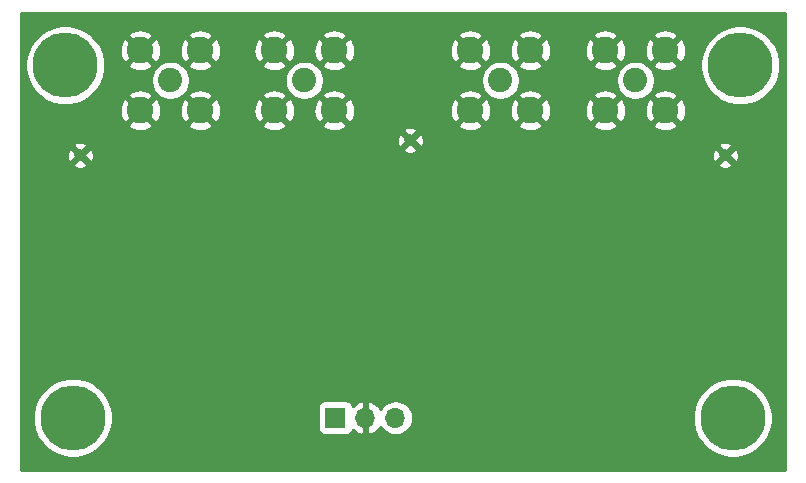
<source format=gbr>
G04 #@! TF.GenerationSoftware,KiCad,Pcbnew,(5.1.2)-2*
G04 #@! TF.CreationDate,2019-07-06T17:30:01+08:00*
G04 #@! TF.ProjectId,active_filter,61637469-7665-45f6-9669-6c7465722e6b,rev?*
G04 #@! TF.SameCoordinates,Original*
G04 #@! TF.FileFunction,Copper,L2,Bot*
G04 #@! TF.FilePolarity,Positive*
%FSLAX46Y46*%
G04 Gerber Fmt 4.6, Leading zero omitted, Abs format (unit mm)*
G04 Created by KiCad (PCBNEW (5.1.2)-2) date 2019-07-06 17:30:01*
%MOMM*%
%LPD*%
G04 APERTURE LIST*
%ADD10C,1.000000*%
%ADD11C,5.500000*%
%ADD12C,2.050000*%
%ADD13C,2.250000*%
%ADD14R,1.700000X1.700000*%
%ADD15O,1.700000X1.700000*%
%ADD16C,0.800000*%
%ADD17C,0.400000*%
%ADD18C,0.254000*%
G04 APERTURE END LIST*
D10*
X143510000Y-83185000D03*
X170180000Y-84455000D03*
X115570000Y-84455000D03*
D11*
X170815000Y-106680000D03*
X114935000Y-106680000D03*
X171450000Y-76835000D03*
X114300000Y-76835000D03*
D12*
X123190000Y-78105000D03*
D13*
X125730000Y-80645000D03*
X125730000Y-75565000D03*
X120650000Y-75565000D03*
X120650000Y-80645000D03*
X160020000Y-80645000D03*
X160020000Y-75565000D03*
X165100000Y-75565000D03*
X165100000Y-80645000D03*
D12*
X162560000Y-78105000D03*
D14*
X137160000Y-106680000D03*
D15*
X139700000Y-106680000D03*
X142240000Y-106680000D03*
D13*
X131985001Y-80645000D03*
X131985001Y-75565000D03*
X137065001Y-75565000D03*
X137065001Y-80645000D03*
D12*
X134525001Y-78105000D03*
X151130000Y-78105000D03*
D13*
X153670000Y-80645000D03*
X153670000Y-75565000D03*
X148590000Y-75565000D03*
X148590000Y-80645000D03*
D16*
X132080000Y-90805000D03*
X130175000Y-89535000D03*
X140970000Y-104140000D03*
X143510000Y-104140000D03*
D17*
X132080000Y-90805000D02*
X131445000Y-90805000D01*
X131445000Y-90805000D02*
X130175000Y-89535000D01*
X140970000Y-104140000D02*
X143510000Y-104140000D01*
D18*
G36*
X175235000Y-111100000D02*
G01*
X110515000Y-111100000D01*
X110515000Y-106346607D01*
X111550000Y-106346607D01*
X111550000Y-107013393D01*
X111680083Y-107667368D01*
X111935252Y-108283399D01*
X112305698Y-108837812D01*
X112777188Y-109309302D01*
X113331601Y-109679748D01*
X113947632Y-109934917D01*
X114601607Y-110065000D01*
X115268393Y-110065000D01*
X115922368Y-109934917D01*
X116538399Y-109679748D01*
X117092812Y-109309302D01*
X117564302Y-108837812D01*
X117934748Y-108283399D01*
X118189917Y-107667368D01*
X118320000Y-107013393D01*
X118320000Y-106346607D01*
X118217242Y-105830000D01*
X135671928Y-105830000D01*
X135671928Y-107530000D01*
X135684188Y-107654482D01*
X135720498Y-107774180D01*
X135779463Y-107884494D01*
X135858815Y-107981185D01*
X135955506Y-108060537D01*
X136065820Y-108119502D01*
X136185518Y-108155812D01*
X136310000Y-108168072D01*
X138010000Y-108168072D01*
X138134482Y-108155812D01*
X138254180Y-108119502D01*
X138364494Y-108060537D01*
X138461185Y-107981185D01*
X138540537Y-107884494D01*
X138599502Y-107774180D01*
X138623966Y-107693534D01*
X138699731Y-107777588D01*
X138933080Y-107951641D01*
X139195901Y-108076825D01*
X139343110Y-108121476D01*
X139573000Y-108000155D01*
X139573000Y-106807000D01*
X139553000Y-106807000D01*
X139553000Y-106553000D01*
X139573000Y-106553000D01*
X139573000Y-105359845D01*
X139827000Y-105359845D01*
X139827000Y-106553000D01*
X139847000Y-106553000D01*
X139847000Y-106807000D01*
X139827000Y-106807000D01*
X139827000Y-108000155D01*
X140056890Y-108121476D01*
X140204099Y-108076825D01*
X140466920Y-107951641D01*
X140700269Y-107777588D01*
X140895178Y-107561355D01*
X140964799Y-107444477D01*
X140999294Y-107509014D01*
X141184866Y-107735134D01*
X141410986Y-107920706D01*
X141668966Y-108058599D01*
X141948889Y-108143513D01*
X142167050Y-108165000D01*
X142312950Y-108165000D01*
X142531111Y-108143513D01*
X142811034Y-108058599D01*
X143069014Y-107920706D01*
X143295134Y-107735134D01*
X143480706Y-107509014D01*
X143618599Y-107251034D01*
X143703513Y-106971111D01*
X143732185Y-106680000D01*
X143703513Y-106388889D01*
X143690687Y-106346607D01*
X167430000Y-106346607D01*
X167430000Y-107013393D01*
X167560083Y-107667368D01*
X167815252Y-108283399D01*
X168185698Y-108837812D01*
X168657188Y-109309302D01*
X169211601Y-109679748D01*
X169827632Y-109934917D01*
X170481607Y-110065000D01*
X171148393Y-110065000D01*
X171802368Y-109934917D01*
X172418399Y-109679748D01*
X172972812Y-109309302D01*
X173444302Y-108837812D01*
X173814748Y-108283399D01*
X174069917Y-107667368D01*
X174200000Y-107013393D01*
X174200000Y-106346607D01*
X174069917Y-105692632D01*
X173814748Y-105076601D01*
X173444302Y-104522188D01*
X172972812Y-104050698D01*
X172418399Y-103680252D01*
X171802368Y-103425083D01*
X171148393Y-103295000D01*
X170481607Y-103295000D01*
X169827632Y-103425083D01*
X169211601Y-103680252D01*
X168657188Y-104050698D01*
X168185698Y-104522188D01*
X167815252Y-105076601D01*
X167560083Y-105692632D01*
X167430000Y-106346607D01*
X143690687Y-106346607D01*
X143618599Y-106108966D01*
X143480706Y-105850986D01*
X143295134Y-105624866D01*
X143069014Y-105439294D01*
X142811034Y-105301401D01*
X142531111Y-105216487D01*
X142312950Y-105195000D01*
X142167050Y-105195000D01*
X141948889Y-105216487D01*
X141668966Y-105301401D01*
X141410986Y-105439294D01*
X141184866Y-105624866D01*
X140999294Y-105850986D01*
X140964799Y-105915523D01*
X140895178Y-105798645D01*
X140700269Y-105582412D01*
X140466920Y-105408359D01*
X140204099Y-105283175D01*
X140056890Y-105238524D01*
X139827000Y-105359845D01*
X139573000Y-105359845D01*
X139343110Y-105238524D01*
X139195901Y-105283175D01*
X138933080Y-105408359D01*
X138699731Y-105582412D01*
X138623966Y-105666466D01*
X138599502Y-105585820D01*
X138540537Y-105475506D01*
X138461185Y-105378815D01*
X138364494Y-105299463D01*
X138254180Y-105240498D01*
X138134482Y-105204188D01*
X138010000Y-105191928D01*
X136310000Y-105191928D01*
X136185518Y-105204188D01*
X136065820Y-105240498D01*
X135955506Y-105299463D01*
X135858815Y-105378815D01*
X135779463Y-105475506D01*
X135720498Y-105585820D01*
X135684188Y-105705518D01*
X135671928Y-105830000D01*
X118217242Y-105830000D01*
X118189917Y-105692632D01*
X117934748Y-105076601D01*
X117564302Y-104522188D01*
X117092812Y-104050698D01*
X116538399Y-103680252D01*
X115922368Y-103425083D01*
X115268393Y-103295000D01*
X114601607Y-103295000D01*
X113947632Y-103425083D01*
X113331601Y-103680252D01*
X112777188Y-104050698D01*
X112305698Y-104522188D01*
X111935252Y-105076601D01*
X111680083Y-105692632D01*
X111550000Y-106346607D01*
X110515000Y-106346607D01*
X110515000Y-85233166D01*
X114971439Y-85233166D01*
X115006550Y-85446588D01*
X115210826Y-85537458D01*
X115428905Y-85586731D01*
X115652406Y-85592511D01*
X115872740Y-85554577D01*
X116081440Y-85474387D01*
X116133450Y-85446588D01*
X116168561Y-85233166D01*
X169581439Y-85233166D01*
X169616550Y-85446588D01*
X169820826Y-85537458D01*
X170038905Y-85586731D01*
X170262406Y-85592511D01*
X170482740Y-85554577D01*
X170691440Y-85474387D01*
X170743450Y-85446588D01*
X170778561Y-85233166D01*
X170180000Y-84634605D01*
X169581439Y-85233166D01*
X116168561Y-85233166D01*
X115570000Y-84634605D01*
X114971439Y-85233166D01*
X110515000Y-85233166D01*
X110515000Y-84537406D01*
X114432489Y-84537406D01*
X114470423Y-84757740D01*
X114550613Y-84966440D01*
X114578412Y-85018450D01*
X114791834Y-85053561D01*
X115390395Y-84455000D01*
X115749605Y-84455000D01*
X116348166Y-85053561D01*
X116561588Y-85018450D01*
X116652458Y-84814174D01*
X116701731Y-84596095D01*
X116703248Y-84537406D01*
X169042489Y-84537406D01*
X169080423Y-84757740D01*
X169160613Y-84966440D01*
X169188412Y-85018450D01*
X169401834Y-85053561D01*
X170000395Y-84455000D01*
X170359605Y-84455000D01*
X170958166Y-85053561D01*
X171171588Y-85018450D01*
X171262458Y-84814174D01*
X171311731Y-84596095D01*
X171317511Y-84372594D01*
X171279577Y-84152260D01*
X171199387Y-83943560D01*
X171171588Y-83891550D01*
X170958166Y-83856439D01*
X170359605Y-84455000D01*
X170000395Y-84455000D01*
X169401834Y-83856439D01*
X169188412Y-83891550D01*
X169097542Y-84095826D01*
X169048269Y-84313905D01*
X169042489Y-84537406D01*
X116703248Y-84537406D01*
X116707511Y-84372594D01*
X116669577Y-84152260D01*
X116596921Y-83963166D01*
X142911439Y-83963166D01*
X142946550Y-84176588D01*
X143150826Y-84267458D01*
X143368905Y-84316731D01*
X143592406Y-84322511D01*
X143812740Y-84284577D01*
X144021440Y-84204387D01*
X144073450Y-84176588D01*
X144108561Y-83963166D01*
X143510000Y-83364605D01*
X142911439Y-83963166D01*
X116596921Y-83963166D01*
X116589387Y-83943560D01*
X116561588Y-83891550D01*
X116348166Y-83856439D01*
X115749605Y-84455000D01*
X115390395Y-84455000D01*
X114791834Y-83856439D01*
X114578412Y-83891550D01*
X114487542Y-84095826D01*
X114438269Y-84313905D01*
X114432489Y-84537406D01*
X110515000Y-84537406D01*
X110515000Y-83676834D01*
X114971439Y-83676834D01*
X115570000Y-84275395D01*
X116168561Y-83676834D01*
X116133450Y-83463412D01*
X115929174Y-83372542D01*
X115711095Y-83323269D01*
X115487594Y-83317489D01*
X115267260Y-83355423D01*
X115058560Y-83435613D01*
X115006550Y-83463412D01*
X114971439Y-83676834D01*
X110515000Y-83676834D01*
X110515000Y-83267406D01*
X142372489Y-83267406D01*
X142410423Y-83487740D01*
X142490613Y-83696440D01*
X142518412Y-83748450D01*
X142731834Y-83783561D01*
X143330395Y-83185000D01*
X143689605Y-83185000D01*
X144288166Y-83783561D01*
X144501588Y-83748450D01*
X144533445Y-83676834D01*
X169581439Y-83676834D01*
X170180000Y-84275395D01*
X170778561Y-83676834D01*
X170743450Y-83463412D01*
X170539174Y-83372542D01*
X170321095Y-83323269D01*
X170097594Y-83317489D01*
X169877260Y-83355423D01*
X169668560Y-83435613D01*
X169616550Y-83463412D01*
X169581439Y-83676834D01*
X144533445Y-83676834D01*
X144592458Y-83544174D01*
X144641731Y-83326095D01*
X144647511Y-83102594D01*
X144609577Y-82882260D01*
X144529387Y-82673560D01*
X144501588Y-82621550D01*
X144288166Y-82586439D01*
X143689605Y-83185000D01*
X143330395Y-83185000D01*
X142731834Y-82586439D01*
X142518412Y-82621550D01*
X142427542Y-82825826D01*
X142378269Y-83043905D01*
X142372489Y-83267406D01*
X110515000Y-83267406D01*
X110515000Y-81869531D01*
X119605074Y-81869531D01*
X119715921Y-82146714D01*
X120026840Y-82300089D01*
X120361705Y-82389860D01*
X120707650Y-82412576D01*
X121051380Y-82367366D01*
X121379685Y-82255966D01*
X121584079Y-82146714D01*
X121694926Y-81869531D01*
X124685074Y-81869531D01*
X124795921Y-82146714D01*
X125106840Y-82300089D01*
X125441705Y-82389860D01*
X125787650Y-82412576D01*
X126131380Y-82367366D01*
X126459685Y-82255966D01*
X126664079Y-82146714D01*
X126774926Y-81869531D01*
X130940075Y-81869531D01*
X131050922Y-82146714D01*
X131361841Y-82300089D01*
X131696706Y-82389860D01*
X132042651Y-82412576D01*
X132386381Y-82367366D01*
X132714686Y-82255966D01*
X132919080Y-82146714D01*
X133029927Y-81869531D01*
X136020075Y-81869531D01*
X136130922Y-82146714D01*
X136441841Y-82300089D01*
X136776706Y-82389860D01*
X137122651Y-82412576D01*
X137166307Y-82406834D01*
X142911439Y-82406834D01*
X143510000Y-83005395D01*
X144108561Y-82406834D01*
X144073450Y-82193412D01*
X143869174Y-82102542D01*
X143651095Y-82053269D01*
X143427594Y-82047489D01*
X143207260Y-82085423D01*
X142998560Y-82165613D01*
X142946550Y-82193412D01*
X142911439Y-82406834D01*
X137166307Y-82406834D01*
X137466381Y-82367366D01*
X137794686Y-82255966D01*
X137999080Y-82146714D01*
X138109927Y-81869531D01*
X147545074Y-81869531D01*
X147655921Y-82146714D01*
X147966840Y-82300089D01*
X148301705Y-82389860D01*
X148647650Y-82412576D01*
X148991380Y-82367366D01*
X149319685Y-82255966D01*
X149524079Y-82146714D01*
X149634926Y-81869531D01*
X152625074Y-81869531D01*
X152735921Y-82146714D01*
X153046840Y-82300089D01*
X153381705Y-82389860D01*
X153727650Y-82412576D01*
X154071380Y-82367366D01*
X154399685Y-82255966D01*
X154604079Y-82146714D01*
X154714926Y-81869531D01*
X158975074Y-81869531D01*
X159085921Y-82146714D01*
X159396840Y-82300089D01*
X159731705Y-82389860D01*
X160077650Y-82412576D01*
X160421380Y-82367366D01*
X160749685Y-82255966D01*
X160954079Y-82146714D01*
X161064926Y-81869531D01*
X164055074Y-81869531D01*
X164165921Y-82146714D01*
X164476840Y-82300089D01*
X164811705Y-82389860D01*
X165157650Y-82412576D01*
X165501380Y-82367366D01*
X165829685Y-82255966D01*
X166034079Y-82146714D01*
X166144926Y-81869531D01*
X165100000Y-80824605D01*
X164055074Y-81869531D01*
X161064926Y-81869531D01*
X160020000Y-80824605D01*
X158975074Y-81869531D01*
X154714926Y-81869531D01*
X153670000Y-80824605D01*
X152625074Y-81869531D01*
X149634926Y-81869531D01*
X148590000Y-80824605D01*
X147545074Y-81869531D01*
X138109927Y-81869531D01*
X137065001Y-80824605D01*
X136020075Y-81869531D01*
X133029927Y-81869531D01*
X131985001Y-80824605D01*
X130940075Y-81869531D01*
X126774926Y-81869531D01*
X125730000Y-80824605D01*
X124685074Y-81869531D01*
X121694926Y-81869531D01*
X120650000Y-80824605D01*
X119605074Y-81869531D01*
X110515000Y-81869531D01*
X110515000Y-80702650D01*
X118882424Y-80702650D01*
X118927634Y-81046380D01*
X119039034Y-81374685D01*
X119148286Y-81579079D01*
X119425469Y-81689926D01*
X120470395Y-80645000D01*
X120829605Y-80645000D01*
X121874531Y-81689926D01*
X122151714Y-81579079D01*
X122305089Y-81268160D01*
X122394860Y-80933295D01*
X122410004Y-80702650D01*
X123962424Y-80702650D01*
X124007634Y-81046380D01*
X124119034Y-81374685D01*
X124228286Y-81579079D01*
X124505469Y-81689926D01*
X125550395Y-80645000D01*
X125909605Y-80645000D01*
X126954531Y-81689926D01*
X127231714Y-81579079D01*
X127385089Y-81268160D01*
X127474860Y-80933295D01*
X127490004Y-80702650D01*
X130217425Y-80702650D01*
X130262635Y-81046380D01*
X130374035Y-81374685D01*
X130483287Y-81579079D01*
X130760470Y-81689926D01*
X131805396Y-80645000D01*
X132164606Y-80645000D01*
X133209532Y-81689926D01*
X133486715Y-81579079D01*
X133640090Y-81268160D01*
X133729861Y-80933295D01*
X133745005Y-80702650D01*
X135297425Y-80702650D01*
X135342635Y-81046380D01*
X135454035Y-81374685D01*
X135563287Y-81579079D01*
X135840470Y-81689926D01*
X136885396Y-80645000D01*
X137244606Y-80645000D01*
X138289532Y-81689926D01*
X138566715Y-81579079D01*
X138720090Y-81268160D01*
X138809861Y-80933295D01*
X138825005Y-80702650D01*
X146822424Y-80702650D01*
X146867634Y-81046380D01*
X146979034Y-81374685D01*
X147088286Y-81579079D01*
X147365469Y-81689926D01*
X148410395Y-80645000D01*
X148769605Y-80645000D01*
X149814531Y-81689926D01*
X150091714Y-81579079D01*
X150245089Y-81268160D01*
X150334860Y-80933295D01*
X150350004Y-80702650D01*
X151902424Y-80702650D01*
X151947634Y-81046380D01*
X152059034Y-81374685D01*
X152168286Y-81579079D01*
X152445469Y-81689926D01*
X153490395Y-80645000D01*
X153849605Y-80645000D01*
X154894531Y-81689926D01*
X155171714Y-81579079D01*
X155325089Y-81268160D01*
X155414860Y-80933295D01*
X155430004Y-80702650D01*
X158252424Y-80702650D01*
X158297634Y-81046380D01*
X158409034Y-81374685D01*
X158518286Y-81579079D01*
X158795469Y-81689926D01*
X159840395Y-80645000D01*
X160199605Y-80645000D01*
X161244531Y-81689926D01*
X161521714Y-81579079D01*
X161675089Y-81268160D01*
X161764860Y-80933295D01*
X161780004Y-80702650D01*
X163332424Y-80702650D01*
X163377634Y-81046380D01*
X163489034Y-81374685D01*
X163598286Y-81579079D01*
X163875469Y-81689926D01*
X164920395Y-80645000D01*
X165279605Y-80645000D01*
X166324531Y-81689926D01*
X166601714Y-81579079D01*
X166755089Y-81268160D01*
X166844860Y-80933295D01*
X166867576Y-80587350D01*
X166822366Y-80243620D01*
X166710966Y-79915315D01*
X166601714Y-79710921D01*
X166324531Y-79600074D01*
X165279605Y-80645000D01*
X164920395Y-80645000D01*
X163875469Y-79600074D01*
X163598286Y-79710921D01*
X163444911Y-80021840D01*
X163355140Y-80356705D01*
X163332424Y-80702650D01*
X161780004Y-80702650D01*
X161787576Y-80587350D01*
X161742366Y-80243620D01*
X161630966Y-79915315D01*
X161521714Y-79710921D01*
X161244531Y-79600074D01*
X160199605Y-80645000D01*
X159840395Y-80645000D01*
X158795469Y-79600074D01*
X158518286Y-79710921D01*
X158364911Y-80021840D01*
X158275140Y-80356705D01*
X158252424Y-80702650D01*
X155430004Y-80702650D01*
X155437576Y-80587350D01*
X155392366Y-80243620D01*
X155280966Y-79915315D01*
X155171714Y-79710921D01*
X154894531Y-79600074D01*
X153849605Y-80645000D01*
X153490395Y-80645000D01*
X152445469Y-79600074D01*
X152168286Y-79710921D01*
X152014911Y-80021840D01*
X151925140Y-80356705D01*
X151902424Y-80702650D01*
X150350004Y-80702650D01*
X150357576Y-80587350D01*
X150312366Y-80243620D01*
X150200966Y-79915315D01*
X150091714Y-79710921D01*
X149814531Y-79600074D01*
X148769605Y-80645000D01*
X148410395Y-80645000D01*
X147365469Y-79600074D01*
X147088286Y-79710921D01*
X146934911Y-80021840D01*
X146845140Y-80356705D01*
X146822424Y-80702650D01*
X138825005Y-80702650D01*
X138832577Y-80587350D01*
X138787367Y-80243620D01*
X138675967Y-79915315D01*
X138566715Y-79710921D01*
X138289532Y-79600074D01*
X137244606Y-80645000D01*
X136885396Y-80645000D01*
X135840470Y-79600074D01*
X135563287Y-79710921D01*
X135409912Y-80021840D01*
X135320141Y-80356705D01*
X135297425Y-80702650D01*
X133745005Y-80702650D01*
X133752577Y-80587350D01*
X133707367Y-80243620D01*
X133595967Y-79915315D01*
X133486715Y-79710921D01*
X133209532Y-79600074D01*
X132164606Y-80645000D01*
X131805396Y-80645000D01*
X130760470Y-79600074D01*
X130483287Y-79710921D01*
X130329912Y-80021840D01*
X130240141Y-80356705D01*
X130217425Y-80702650D01*
X127490004Y-80702650D01*
X127497576Y-80587350D01*
X127452366Y-80243620D01*
X127340966Y-79915315D01*
X127231714Y-79710921D01*
X126954531Y-79600074D01*
X125909605Y-80645000D01*
X125550395Y-80645000D01*
X124505469Y-79600074D01*
X124228286Y-79710921D01*
X124074911Y-80021840D01*
X123985140Y-80356705D01*
X123962424Y-80702650D01*
X122410004Y-80702650D01*
X122417576Y-80587350D01*
X122372366Y-80243620D01*
X122260966Y-79915315D01*
X122151714Y-79710921D01*
X121874531Y-79600074D01*
X120829605Y-80645000D01*
X120470395Y-80645000D01*
X119425469Y-79600074D01*
X119148286Y-79710921D01*
X118994911Y-80021840D01*
X118905140Y-80356705D01*
X118882424Y-80702650D01*
X110515000Y-80702650D01*
X110515000Y-76501607D01*
X110915000Y-76501607D01*
X110915000Y-77168393D01*
X111045083Y-77822368D01*
X111300252Y-78438399D01*
X111670698Y-78992812D01*
X112142188Y-79464302D01*
X112696601Y-79834748D01*
X113312632Y-80089917D01*
X113966607Y-80220000D01*
X114633393Y-80220000D01*
X115287368Y-80089917D01*
X115903399Y-79834748D01*
X116457812Y-79464302D01*
X116501645Y-79420469D01*
X119605074Y-79420469D01*
X120650000Y-80465395D01*
X121694926Y-79420469D01*
X121584079Y-79143286D01*
X121273160Y-78989911D01*
X120938295Y-78900140D01*
X120592350Y-78877424D01*
X120248620Y-78922634D01*
X119920315Y-79034034D01*
X119715921Y-79143286D01*
X119605074Y-79420469D01*
X116501645Y-79420469D01*
X116929302Y-78992812D01*
X117299748Y-78438399D01*
X117505569Y-77941504D01*
X121530000Y-77941504D01*
X121530000Y-78268496D01*
X121593793Y-78589204D01*
X121718927Y-78891305D01*
X121900594Y-79163188D01*
X122131812Y-79394406D01*
X122403695Y-79576073D01*
X122705796Y-79701207D01*
X123026504Y-79765000D01*
X123353496Y-79765000D01*
X123674204Y-79701207D01*
X123976305Y-79576073D01*
X124209182Y-79420469D01*
X124685074Y-79420469D01*
X125730000Y-80465395D01*
X126774926Y-79420469D01*
X130940075Y-79420469D01*
X131985001Y-80465395D01*
X133029927Y-79420469D01*
X132919080Y-79143286D01*
X132608161Y-78989911D01*
X132273296Y-78900140D01*
X131927351Y-78877424D01*
X131583621Y-78922634D01*
X131255316Y-79034034D01*
X131050922Y-79143286D01*
X130940075Y-79420469D01*
X126774926Y-79420469D01*
X126664079Y-79143286D01*
X126353160Y-78989911D01*
X126018295Y-78900140D01*
X125672350Y-78877424D01*
X125328620Y-78922634D01*
X125000315Y-79034034D01*
X124795921Y-79143286D01*
X124685074Y-79420469D01*
X124209182Y-79420469D01*
X124248188Y-79394406D01*
X124479406Y-79163188D01*
X124661073Y-78891305D01*
X124786207Y-78589204D01*
X124850000Y-78268496D01*
X124850000Y-77941504D01*
X132865001Y-77941504D01*
X132865001Y-78268496D01*
X132928794Y-78589204D01*
X133053928Y-78891305D01*
X133235595Y-79163188D01*
X133466813Y-79394406D01*
X133738696Y-79576073D01*
X134040797Y-79701207D01*
X134361505Y-79765000D01*
X134688497Y-79765000D01*
X135009205Y-79701207D01*
X135311306Y-79576073D01*
X135544183Y-79420469D01*
X136020075Y-79420469D01*
X137065001Y-80465395D01*
X138109927Y-79420469D01*
X147545074Y-79420469D01*
X148590000Y-80465395D01*
X149634926Y-79420469D01*
X149524079Y-79143286D01*
X149213160Y-78989911D01*
X148878295Y-78900140D01*
X148532350Y-78877424D01*
X148188620Y-78922634D01*
X147860315Y-79034034D01*
X147655921Y-79143286D01*
X147545074Y-79420469D01*
X138109927Y-79420469D01*
X137999080Y-79143286D01*
X137688161Y-78989911D01*
X137353296Y-78900140D01*
X137007351Y-78877424D01*
X136663621Y-78922634D01*
X136335316Y-79034034D01*
X136130922Y-79143286D01*
X136020075Y-79420469D01*
X135544183Y-79420469D01*
X135583189Y-79394406D01*
X135814407Y-79163188D01*
X135996074Y-78891305D01*
X136121208Y-78589204D01*
X136185001Y-78268496D01*
X136185001Y-77941504D01*
X149470000Y-77941504D01*
X149470000Y-78268496D01*
X149533793Y-78589204D01*
X149658927Y-78891305D01*
X149840594Y-79163188D01*
X150071812Y-79394406D01*
X150343695Y-79576073D01*
X150645796Y-79701207D01*
X150966504Y-79765000D01*
X151293496Y-79765000D01*
X151614204Y-79701207D01*
X151916305Y-79576073D01*
X152149182Y-79420469D01*
X152625074Y-79420469D01*
X153670000Y-80465395D01*
X154714926Y-79420469D01*
X158975074Y-79420469D01*
X160020000Y-80465395D01*
X161064926Y-79420469D01*
X160954079Y-79143286D01*
X160643160Y-78989911D01*
X160308295Y-78900140D01*
X159962350Y-78877424D01*
X159618620Y-78922634D01*
X159290315Y-79034034D01*
X159085921Y-79143286D01*
X158975074Y-79420469D01*
X154714926Y-79420469D01*
X154604079Y-79143286D01*
X154293160Y-78989911D01*
X153958295Y-78900140D01*
X153612350Y-78877424D01*
X153268620Y-78922634D01*
X152940315Y-79034034D01*
X152735921Y-79143286D01*
X152625074Y-79420469D01*
X152149182Y-79420469D01*
X152188188Y-79394406D01*
X152419406Y-79163188D01*
X152601073Y-78891305D01*
X152726207Y-78589204D01*
X152790000Y-78268496D01*
X152790000Y-77941504D01*
X160900000Y-77941504D01*
X160900000Y-78268496D01*
X160963793Y-78589204D01*
X161088927Y-78891305D01*
X161270594Y-79163188D01*
X161501812Y-79394406D01*
X161773695Y-79576073D01*
X162075796Y-79701207D01*
X162396504Y-79765000D01*
X162723496Y-79765000D01*
X163044204Y-79701207D01*
X163346305Y-79576073D01*
X163579182Y-79420469D01*
X164055074Y-79420469D01*
X165100000Y-80465395D01*
X166144926Y-79420469D01*
X166034079Y-79143286D01*
X165723160Y-78989911D01*
X165388295Y-78900140D01*
X165042350Y-78877424D01*
X164698620Y-78922634D01*
X164370315Y-79034034D01*
X164165921Y-79143286D01*
X164055074Y-79420469D01*
X163579182Y-79420469D01*
X163618188Y-79394406D01*
X163849406Y-79163188D01*
X164031073Y-78891305D01*
X164156207Y-78589204D01*
X164220000Y-78268496D01*
X164220000Y-77941504D01*
X164156207Y-77620796D01*
X164031073Y-77318695D01*
X163849406Y-77046812D01*
X163618188Y-76815594D01*
X163579183Y-76789531D01*
X164055074Y-76789531D01*
X164165921Y-77066714D01*
X164476840Y-77220089D01*
X164811705Y-77309860D01*
X165157650Y-77332576D01*
X165501380Y-77287366D01*
X165829685Y-77175966D01*
X166034079Y-77066714D01*
X166144926Y-76789531D01*
X165100000Y-75744605D01*
X164055074Y-76789531D01*
X163579183Y-76789531D01*
X163346305Y-76633927D01*
X163044204Y-76508793D01*
X162723496Y-76445000D01*
X162396504Y-76445000D01*
X162075796Y-76508793D01*
X161773695Y-76633927D01*
X161501812Y-76815594D01*
X161270594Y-77046812D01*
X161088927Y-77318695D01*
X160963793Y-77620796D01*
X160900000Y-77941504D01*
X152790000Y-77941504D01*
X152726207Y-77620796D01*
X152601073Y-77318695D01*
X152419406Y-77046812D01*
X152188188Y-76815594D01*
X152149183Y-76789531D01*
X152625074Y-76789531D01*
X152735921Y-77066714D01*
X153046840Y-77220089D01*
X153381705Y-77309860D01*
X153727650Y-77332576D01*
X154071380Y-77287366D01*
X154399685Y-77175966D01*
X154604079Y-77066714D01*
X154714926Y-76789531D01*
X158975074Y-76789531D01*
X159085921Y-77066714D01*
X159396840Y-77220089D01*
X159731705Y-77309860D01*
X160077650Y-77332576D01*
X160421380Y-77287366D01*
X160749685Y-77175966D01*
X160954079Y-77066714D01*
X161064926Y-76789531D01*
X160020000Y-75744605D01*
X158975074Y-76789531D01*
X154714926Y-76789531D01*
X153670000Y-75744605D01*
X152625074Y-76789531D01*
X152149183Y-76789531D01*
X151916305Y-76633927D01*
X151614204Y-76508793D01*
X151293496Y-76445000D01*
X150966504Y-76445000D01*
X150645796Y-76508793D01*
X150343695Y-76633927D01*
X150071812Y-76815594D01*
X149840594Y-77046812D01*
X149658927Y-77318695D01*
X149533793Y-77620796D01*
X149470000Y-77941504D01*
X136185001Y-77941504D01*
X136121208Y-77620796D01*
X135996074Y-77318695D01*
X135814407Y-77046812D01*
X135583189Y-76815594D01*
X135544184Y-76789531D01*
X136020075Y-76789531D01*
X136130922Y-77066714D01*
X136441841Y-77220089D01*
X136776706Y-77309860D01*
X137122651Y-77332576D01*
X137466381Y-77287366D01*
X137794686Y-77175966D01*
X137999080Y-77066714D01*
X138109927Y-76789531D01*
X147545074Y-76789531D01*
X147655921Y-77066714D01*
X147966840Y-77220089D01*
X148301705Y-77309860D01*
X148647650Y-77332576D01*
X148991380Y-77287366D01*
X149319685Y-77175966D01*
X149524079Y-77066714D01*
X149634926Y-76789531D01*
X148590000Y-75744605D01*
X147545074Y-76789531D01*
X138109927Y-76789531D01*
X137065001Y-75744605D01*
X136020075Y-76789531D01*
X135544184Y-76789531D01*
X135311306Y-76633927D01*
X135009205Y-76508793D01*
X134688497Y-76445000D01*
X134361505Y-76445000D01*
X134040797Y-76508793D01*
X133738696Y-76633927D01*
X133466813Y-76815594D01*
X133235595Y-77046812D01*
X133053928Y-77318695D01*
X132928794Y-77620796D01*
X132865001Y-77941504D01*
X124850000Y-77941504D01*
X124786207Y-77620796D01*
X124661073Y-77318695D01*
X124479406Y-77046812D01*
X124248188Y-76815594D01*
X124209183Y-76789531D01*
X124685074Y-76789531D01*
X124795921Y-77066714D01*
X125106840Y-77220089D01*
X125441705Y-77309860D01*
X125787650Y-77332576D01*
X126131380Y-77287366D01*
X126459685Y-77175966D01*
X126664079Y-77066714D01*
X126774926Y-76789531D01*
X130940075Y-76789531D01*
X131050922Y-77066714D01*
X131361841Y-77220089D01*
X131696706Y-77309860D01*
X132042651Y-77332576D01*
X132386381Y-77287366D01*
X132714686Y-77175966D01*
X132919080Y-77066714D01*
X133029927Y-76789531D01*
X131985001Y-75744605D01*
X130940075Y-76789531D01*
X126774926Y-76789531D01*
X125730000Y-75744605D01*
X124685074Y-76789531D01*
X124209183Y-76789531D01*
X123976305Y-76633927D01*
X123674204Y-76508793D01*
X123353496Y-76445000D01*
X123026504Y-76445000D01*
X122705796Y-76508793D01*
X122403695Y-76633927D01*
X122131812Y-76815594D01*
X121900594Y-77046812D01*
X121718927Y-77318695D01*
X121593793Y-77620796D01*
X121530000Y-77941504D01*
X117505569Y-77941504D01*
X117554917Y-77822368D01*
X117685000Y-77168393D01*
X117685000Y-76789531D01*
X119605074Y-76789531D01*
X119715921Y-77066714D01*
X120026840Y-77220089D01*
X120361705Y-77309860D01*
X120707650Y-77332576D01*
X121051380Y-77287366D01*
X121379685Y-77175966D01*
X121584079Y-77066714D01*
X121694926Y-76789531D01*
X120650000Y-75744605D01*
X119605074Y-76789531D01*
X117685000Y-76789531D01*
X117685000Y-76501607D01*
X117554917Y-75847632D01*
X117461727Y-75622650D01*
X118882424Y-75622650D01*
X118927634Y-75966380D01*
X119039034Y-76294685D01*
X119148286Y-76499079D01*
X119425469Y-76609926D01*
X120470395Y-75565000D01*
X120829605Y-75565000D01*
X121874531Y-76609926D01*
X122151714Y-76499079D01*
X122305089Y-76188160D01*
X122394860Y-75853295D01*
X122410004Y-75622650D01*
X123962424Y-75622650D01*
X124007634Y-75966380D01*
X124119034Y-76294685D01*
X124228286Y-76499079D01*
X124505469Y-76609926D01*
X125550395Y-75565000D01*
X125909605Y-75565000D01*
X126954531Y-76609926D01*
X127231714Y-76499079D01*
X127385089Y-76188160D01*
X127474860Y-75853295D01*
X127490004Y-75622650D01*
X130217425Y-75622650D01*
X130262635Y-75966380D01*
X130374035Y-76294685D01*
X130483287Y-76499079D01*
X130760470Y-76609926D01*
X131805396Y-75565000D01*
X132164606Y-75565000D01*
X133209532Y-76609926D01*
X133486715Y-76499079D01*
X133640090Y-76188160D01*
X133729861Y-75853295D01*
X133745005Y-75622650D01*
X135297425Y-75622650D01*
X135342635Y-75966380D01*
X135454035Y-76294685D01*
X135563287Y-76499079D01*
X135840470Y-76609926D01*
X136885396Y-75565000D01*
X137244606Y-75565000D01*
X138289532Y-76609926D01*
X138566715Y-76499079D01*
X138720090Y-76188160D01*
X138809861Y-75853295D01*
X138825005Y-75622650D01*
X146822424Y-75622650D01*
X146867634Y-75966380D01*
X146979034Y-76294685D01*
X147088286Y-76499079D01*
X147365469Y-76609926D01*
X148410395Y-75565000D01*
X148769605Y-75565000D01*
X149814531Y-76609926D01*
X150091714Y-76499079D01*
X150245089Y-76188160D01*
X150334860Y-75853295D01*
X150350004Y-75622650D01*
X151902424Y-75622650D01*
X151947634Y-75966380D01*
X152059034Y-76294685D01*
X152168286Y-76499079D01*
X152445469Y-76609926D01*
X153490395Y-75565000D01*
X153849605Y-75565000D01*
X154894531Y-76609926D01*
X155171714Y-76499079D01*
X155325089Y-76188160D01*
X155414860Y-75853295D01*
X155430004Y-75622650D01*
X158252424Y-75622650D01*
X158297634Y-75966380D01*
X158409034Y-76294685D01*
X158518286Y-76499079D01*
X158795469Y-76609926D01*
X159840395Y-75565000D01*
X160199605Y-75565000D01*
X161244531Y-76609926D01*
X161521714Y-76499079D01*
X161675089Y-76188160D01*
X161764860Y-75853295D01*
X161780004Y-75622650D01*
X163332424Y-75622650D01*
X163377634Y-75966380D01*
X163489034Y-76294685D01*
X163598286Y-76499079D01*
X163875469Y-76609926D01*
X164920395Y-75565000D01*
X165279605Y-75565000D01*
X166324531Y-76609926D01*
X166595392Y-76501607D01*
X168065000Y-76501607D01*
X168065000Y-77168393D01*
X168195083Y-77822368D01*
X168450252Y-78438399D01*
X168820698Y-78992812D01*
X169292188Y-79464302D01*
X169846601Y-79834748D01*
X170462632Y-80089917D01*
X171116607Y-80220000D01*
X171783393Y-80220000D01*
X172437368Y-80089917D01*
X173053399Y-79834748D01*
X173607812Y-79464302D01*
X174079302Y-78992812D01*
X174449748Y-78438399D01*
X174704917Y-77822368D01*
X174835000Y-77168393D01*
X174835000Y-76501607D01*
X174704917Y-75847632D01*
X174449748Y-75231601D01*
X174079302Y-74677188D01*
X173607812Y-74205698D01*
X173053399Y-73835252D01*
X172437368Y-73580083D01*
X171783393Y-73450000D01*
X171116607Y-73450000D01*
X170462632Y-73580083D01*
X169846601Y-73835252D01*
X169292188Y-74205698D01*
X168820698Y-74677188D01*
X168450252Y-75231601D01*
X168195083Y-75847632D01*
X168065000Y-76501607D01*
X166595392Y-76501607D01*
X166601714Y-76499079D01*
X166755089Y-76188160D01*
X166844860Y-75853295D01*
X166867576Y-75507350D01*
X166822366Y-75163620D01*
X166710966Y-74835315D01*
X166601714Y-74630921D01*
X166324531Y-74520074D01*
X165279605Y-75565000D01*
X164920395Y-75565000D01*
X163875469Y-74520074D01*
X163598286Y-74630921D01*
X163444911Y-74941840D01*
X163355140Y-75276705D01*
X163332424Y-75622650D01*
X161780004Y-75622650D01*
X161787576Y-75507350D01*
X161742366Y-75163620D01*
X161630966Y-74835315D01*
X161521714Y-74630921D01*
X161244531Y-74520074D01*
X160199605Y-75565000D01*
X159840395Y-75565000D01*
X158795469Y-74520074D01*
X158518286Y-74630921D01*
X158364911Y-74941840D01*
X158275140Y-75276705D01*
X158252424Y-75622650D01*
X155430004Y-75622650D01*
X155437576Y-75507350D01*
X155392366Y-75163620D01*
X155280966Y-74835315D01*
X155171714Y-74630921D01*
X154894531Y-74520074D01*
X153849605Y-75565000D01*
X153490395Y-75565000D01*
X152445469Y-74520074D01*
X152168286Y-74630921D01*
X152014911Y-74941840D01*
X151925140Y-75276705D01*
X151902424Y-75622650D01*
X150350004Y-75622650D01*
X150357576Y-75507350D01*
X150312366Y-75163620D01*
X150200966Y-74835315D01*
X150091714Y-74630921D01*
X149814531Y-74520074D01*
X148769605Y-75565000D01*
X148410395Y-75565000D01*
X147365469Y-74520074D01*
X147088286Y-74630921D01*
X146934911Y-74941840D01*
X146845140Y-75276705D01*
X146822424Y-75622650D01*
X138825005Y-75622650D01*
X138832577Y-75507350D01*
X138787367Y-75163620D01*
X138675967Y-74835315D01*
X138566715Y-74630921D01*
X138289532Y-74520074D01*
X137244606Y-75565000D01*
X136885396Y-75565000D01*
X135840470Y-74520074D01*
X135563287Y-74630921D01*
X135409912Y-74941840D01*
X135320141Y-75276705D01*
X135297425Y-75622650D01*
X133745005Y-75622650D01*
X133752577Y-75507350D01*
X133707367Y-75163620D01*
X133595967Y-74835315D01*
X133486715Y-74630921D01*
X133209532Y-74520074D01*
X132164606Y-75565000D01*
X131805396Y-75565000D01*
X130760470Y-74520074D01*
X130483287Y-74630921D01*
X130329912Y-74941840D01*
X130240141Y-75276705D01*
X130217425Y-75622650D01*
X127490004Y-75622650D01*
X127497576Y-75507350D01*
X127452366Y-75163620D01*
X127340966Y-74835315D01*
X127231714Y-74630921D01*
X126954531Y-74520074D01*
X125909605Y-75565000D01*
X125550395Y-75565000D01*
X124505469Y-74520074D01*
X124228286Y-74630921D01*
X124074911Y-74941840D01*
X123985140Y-75276705D01*
X123962424Y-75622650D01*
X122410004Y-75622650D01*
X122417576Y-75507350D01*
X122372366Y-75163620D01*
X122260966Y-74835315D01*
X122151714Y-74630921D01*
X121874531Y-74520074D01*
X120829605Y-75565000D01*
X120470395Y-75565000D01*
X119425469Y-74520074D01*
X119148286Y-74630921D01*
X118994911Y-74941840D01*
X118905140Y-75276705D01*
X118882424Y-75622650D01*
X117461727Y-75622650D01*
X117299748Y-75231601D01*
X116929302Y-74677188D01*
X116592583Y-74340469D01*
X119605074Y-74340469D01*
X120650000Y-75385395D01*
X121694926Y-74340469D01*
X124685074Y-74340469D01*
X125730000Y-75385395D01*
X126774926Y-74340469D01*
X130940075Y-74340469D01*
X131985001Y-75385395D01*
X133029927Y-74340469D01*
X136020075Y-74340469D01*
X137065001Y-75385395D01*
X138109927Y-74340469D01*
X147545074Y-74340469D01*
X148590000Y-75385395D01*
X149634926Y-74340469D01*
X152625074Y-74340469D01*
X153670000Y-75385395D01*
X154714926Y-74340469D01*
X158975074Y-74340469D01*
X160020000Y-75385395D01*
X161064926Y-74340469D01*
X164055074Y-74340469D01*
X165100000Y-75385395D01*
X166144926Y-74340469D01*
X166034079Y-74063286D01*
X165723160Y-73909911D01*
X165388295Y-73820140D01*
X165042350Y-73797424D01*
X164698620Y-73842634D01*
X164370315Y-73954034D01*
X164165921Y-74063286D01*
X164055074Y-74340469D01*
X161064926Y-74340469D01*
X160954079Y-74063286D01*
X160643160Y-73909911D01*
X160308295Y-73820140D01*
X159962350Y-73797424D01*
X159618620Y-73842634D01*
X159290315Y-73954034D01*
X159085921Y-74063286D01*
X158975074Y-74340469D01*
X154714926Y-74340469D01*
X154604079Y-74063286D01*
X154293160Y-73909911D01*
X153958295Y-73820140D01*
X153612350Y-73797424D01*
X153268620Y-73842634D01*
X152940315Y-73954034D01*
X152735921Y-74063286D01*
X152625074Y-74340469D01*
X149634926Y-74340469D01*
X149524079Y-74063286D01*
X149213160Y-73909911D01*
X148878295Y-73820140D01*
X148532350Y-73797424D01*
X148188620Y-73842634D01*
X147860315Y-73954034D01*
X147655921Y-74063286D01*
X147545074Y-74340469D01*
X138109927Y-74340469D01*
X137999080Y-74063286D01*
X137688161Y-73909911D01*
X137353296Y-73820140D01*
X137007351Y-73797424D01*
X136663621Y-73842634D01*
X136335316Y-73954034D01*
X136130922Y-74063286D01*
X136020075Y-74340469D01*
X133029927Y-74340469D01*
X132919080Y-74063286D01*
X132608161Y-73909911D01*
X132273296Y-73820140D01*
X131927351Y-73797424D01*
X131583621Y-73842634D01*
X131255316Y-73954034D01*
X131050922Y-74063286D01*
X130940075Y-74340469D01*
X126774926Y-74340469D01*
X126664079Y-74063286D01*
X126353160Y-73909911D01*
X126018295Y-73820140D01*
X125672350Y-73797424D01*
X125328620Y-73842634D01*
X125000315Y-73954034D01*
X124795921Y-74063286D01*
X124685074Y-74340469D01*
X121694926Y-74340469D01*
X121584079Y-74063286D01*
X121273160Y-73909911D01*
X120938295Y-73820140D01*
X120592350Y-73797424D01*
X120248620Y-73842634D01*
X119920315Y-73954034D01*
X119715921Y-74063286D01*
X119605074Y-74340469D01*
X116592583Y-74340469D01*
X116457812Y-74205698D01*
X115903399Y-73835252D01*
X115287368Y-73580083D01*
X114633393Y-73450000D01*
X113966607Y-73450000D01*
X113312632Y-73580083D01*
X112696601Y-73835252D01*
X112142188Y-74205698D01*
X111670698Y-74677188D01*
X111300252Y-75231601D01*
X111045083Y-75847632D01*
X110915000Y-76501607D01*
X110515000Y-76501607D01*
X110515000Y-72415000D01*
X175235001Y-72415000D01*
X175235000Y-111100000D01*
X175235000Y-111100000D01*
G37*
X175235000Y-111100000D02*
X110515000Y-111100000D01*
X110515000Y-106346607D01*
X111550000Y-106346607D01*
X111550000Y-107013393D01*
X111680083Y-107667368D01*
X111935252Y-108283399D01*
X112305698Y-108837812D01*
X112777188Y-109309302D01*
X113331601Y-109679748D01*
X113947632Y-109934917D01*
X114601607Y-110065000D01*
X115268393Y-110065000D01*
X115922368Y-109934917D01*
X116538399Y-109679748D01*
X117092812Y-109309302D01*
X117564302Y-108837812D01*
X117934748Y-108283399D01*
X118189917Y-107667368D01*
X118320000Y-107013393D01*
X118320000Y-106346607D01*
X118217242Y-105830000D01*
X135671928Y-105830000D01*
X135671928Y-107530000D01*
X135684188Y-107654482D01*
X135720498Y-107774180D01*
X135779463Y-107884494D01*
X135858815Y-107981185D01*
X135955506Y-108060537D01*
X136065820Y-108119502D01*
X136185518Y-108155812D01*
X136310000Y-108168072D01*
X138010000Y-108168072D01*
X138134482Y-108155812D01*
X138254180Y-108119502D01*
X138364494Y-108060537D01*
X138461185Y-107981185D01*
X138540537Y-107884494D01*
X138599502Y-107774180D01*
X138623966Y-107693534D01*
X138699731Y-107777588D01*
X138933080Y-107951641D01*
X139195901Y-108076825D01*
X139343110Y-108121476D01*
X139573000Y-108000155D01*
X139573000Y-106807000D01*
X139553000Y-106807000D01*
X139553000Y-106553000D01*
X139573000Y-106553000D01*
X139573000Y-105359845D01*
X139827000Y-105359845D01*
X139827000Y-106553000D01*
X139847000Y-106553000D01*
X139847000Y-106807000D01*
X139827000Y-106807000D01*
X139827000Y-108000155D01*
X140056890Y-108121476D01*
X140204099Y-108076825D01*
X140466920Y-107951641D01*
X140700269Y-107777588D01*
X140895178Y-107561355D01*
X140964799Y-107444477D01*
X140999294Y-107509014D01*
X141184866Y-107735134D01*
X141410986Y-107920706D01*
X141668966Y-108058599D01*
X141948889Y-108143513D01*
X142167050Y-108165000D01*
X142312950Y-108165000D01*
X142531111Y-108143513D01*
X142811034Y-108058599D01*
X143069014Y-107920706D01*
X143295134Y-107735134D01*
X143480706Y-107509014D01*
X143618599Y-107251034D01*
X143703513Y-106971111D01*
X143732185Y-106680000D01*
X143703513Y-106388889D01*
X143690687Y-106346607D01*
X167430000Y-106346607D01*
X167430000Y-107013393D01*
X167560083Y-107667368D01*
X167815252Y-108283399D01*
X168185698Y-108837812D01*
X168657188Y-109309302D01*
X169211601Y-109679748D01*
X169827632Y-109934917D01*
X170481607Y-110065000D01*
X171148393Y-110065000D01*
X171802368Y-109934917D01*
X172418399Y-109679748D01*
X172972812Y-109309302D01*
X173444302Y-108837812D01*
X173814748Y-108283399D01*
X174069917Y-107667368D01*
X174200000Y-107013393D01*
X174200000Y-106346607D01*
X174069917Y-105692632D01*
X173814748Y-105076601D01*
X173444302Y-104522188D01*
X172972812Y-104050698D01*
X172418399Y-103680252D01*
X171802368Y-103425083D01*
X171148393Y-103295000D01*
X170481607Y-103295000D01*
X169827632Y-103425083D01*
X169211601Y-103680252D01*
X168657188Y-104050698D01*
X168185698Y-104522188D01*
X167815252Y-105076601D01*
X167560083Y-105692632D01*
X167430000Y-106346607D01*
X143690687Y-106346607D01*
X143618599Y-106108966D01*
X143480706Y-105850986D01*
X143295134Y-105624866D01*
X143069014Y-105439294D01*
X142811034Y-105301401D01*
X142531111Y-105216487D01*
X142312950Y-105195000D01*
X142167050Y-105195000D01*
X141948889Y-105216487D01*
X141668966Y-105301401D01*
X141410986Y-105439294D01*
X141184866Y-105624866D01*
X140999294Y-105850986D01*
X140964799Y-105915523D01*
X140895178Y-105798645D01*
X140700269Y-105582412D01*
X140466920Y-105408359D01*
X140204099Y-105283175D01*
X140056890Y-105238524D01*
X139827000Y-105359845D01*
X139573000Y-105359845D01*
X139343110Y-105238524D01*
X139195901Y-105283175D01*
X138933080Y-105408359D01*
X138699731Y-105582412D01*
X138623966Y-105666466D01*
X138599502Y-105585820D01*
X138540537Y-105475506D01*
X138461185Y-105378815D01*
X138364494Y-105299463D01*
X138254180Y-105240498D01*
X138134482Y-105204188D01*
X138010000Y-105191928D01*
X136310000Y-105191928D01*
X136185518Y-105204188D01*
X136065820Y-105240498D01*
X135955506Y-105299463D01*
X135858815Y-105378815D01*
X135779463Y-105475506D01*
X135720498Y-105585820D01*
X135684188Y-105705518D01*
X135671928Y-105830000D01*
X118217242Y-105830000D01*
X118189917Y-105692632D01*
X117934748Y-105076601D01*
X117564302Y-104522188D01*
X117092812Y-104050698D01*
X116538399Y-103680252D01*
X115922368Y-103425083D01*
X115268393Y-103295000D01*
X114601607Y-103295000D01*
X113947632Y-103425083D01*
X113331601Y-103680252D01*
X112777188Y-104050698D01*
X112305698Y-104522188D01*
X111935252Y-105076601D01*
X111680083Y-105692632D01*
X111550000Y-106346607D01*
X110515000Y-106346607D01*
X110515000Y-85233166D01*
X114971439Y-85233166D01*
X115006550Y-85446588D01*
X115210826Y-85537458D01*
X115428905Y-85586731D01*
X115652406Y-85592511D01*
X115872740Y-85554577D01*
X116081440Y-85474387D01*
X116133450Y-85446588D01*
X116168561Y-85233166D01*
X169581439Y-85233166D01*
X169616550Y-85446588D01*
X169820826Y-85537458D01*
X170038905Y-85586731D01*
X170262406Y-85592511D01*
X170482740Y-85554577D01*
X170691440Y-85474387D01*
X170743450Y-85446588D01*
X170778561Y-85233166D01*
X170180000Y-84634605D01*
X169581439Y-85233166D01*
X116168561Y-85233166D01*
X115570000Y-84634605D01*
X114971439Y-85233166D01*
X110515000Y-85233166D01*
X110515000Y-84537406D01*
X114432489Y-84537406D01*
X114470423Y-84757740D01*
X114550613Y-84966440D01*
X114578412Y-85018450D01*
X114791834Y-85053561D01*
X115390395Y-84455000D01*
X115749605Y-84455000D01*
X116348166Y-85053561D01*
X116561588Y-85018450D01*
X116652458Y-84814174D01*
X116701731Y-84596095D01*
X116703248Y-84537406D01*
X169042489Y-84537406D01*
X169080423Y-84757740D01*
X169160613Y-84966440D01*
X169188412Y-85018450D01*
X169401834Y-85053561D01*
X170000395Y-84455000D01*
X170359605Y-84455000D01*
X170958166Y-85053561D01*
X171171588Y-85018450D01*
X171262458Y-84814174D01*
X171311731Y-84596095D01*
X171317511Y-84372594D01*
X171279577Y-84152260D01*
X171199387Y-83943560D01*
X171171588Y-83891550D01*
X170958166Y-83856439D01*
X170359605Y-84455000D01*
X170000395Y-84455000D01*
X169401834Y-83856439D01*
X169188412Y-83891550D01*
X169097542Y-84095826D01*
X169048269Y-84313905D01*
X169042489Y-84537406D01*
X116703248Y-84537406D01*
X116707511Y-84372594D01*
X116669577Y-84152260D01*
X116596921Y-83963166D01*
X142911439Y-83963166D01*
X142946550Y-84176588D01*
X143150826Y-84267458D01*
X143368905Y-84316731D01*
X143592406Y-84322511D01*
X143812740Y-84284577D01*
X144021440Y-84204387D01*
X144073450Y-84176588D01*
X144108561Y-83963166D01*
X143510000Y-83364605D01*
X142911439Y-83963166D01*
X116596921Y-83963166D01*
X116589387Y-83943560D01*
X116561588Y-83891550D01*
X116348166Y-83856439D01*
X115749605Y-84455000D01*
X115390395Y-84455000D01*
X114791834Y-83856439D01*
X114578412Y-83891550D01*
X114487542Y-84095826D01*
X114438269Y-84313905D01*
X114432489Y-84537406D01*
X110515000Y-84537406D01*
X110515000Y-83676834D01*
X114971439Y-83676834D01*
X115570000Y-84275395D01*
X116168561Y-83676834D01*
X116133450Y-83463412D01*
X115929174Y-83372542D01*
X115711095Y-83323269D01*
X115487594Y-83317489D01*
X115267260Y-83355423D01*
X115058560Y-83435613D01*
X115006550Y-83463412D01*
X114971439Y-83676834D01*
X110515000Y-83676834D01*
X110515000Y-83267406D01*
X142372489Y-83267406D01*
X142410423Y-83487740D01*
X142490613Y-83696440D01*
X142518412Y-83748450D01*
X142731834Y-83783561D01*
X143330395Y-83185000D01*
X143689605Y-83185000D01*
X144288166Y-83783561D01*
X144501588Y-83748450D01*
X144533445Y-83676834D01*
X169581439Y-83676834D01*
X170180000Y-84275395D01*
X170778561Y-83676834D01*
X170743450Y-83463412D01*
X170539174Y-83372542D01*
X170321095Y-83323269D01*
X170097594Y-83317489D01*
X169877260Y-83355423D01*
X169668560Y-83435613D01*
X169616550Y-83463412D01*
X169581439Y-83676834D01*
X144533445Y-83676834D01*
X144592458Y-83544174D01*
X144641731Y-83326095D01*
X144647511Y-83102594D01*
X144609577Y-82882260D01*
X144529387Y-82673560D01*
X144501588Y-82621550D01*
X144288166Y-82586439D01*
X143689605Y-83185000D01*
X143330395Y-83185000D01*
X142731834Y-82586439D01*
X142518412Y-82621550D01*
X142427542Y-82825826D01*
X142378269Y-83043905D01*
X142372489Y-83267406D01*
X110515000Y-83267406D01*
X110515000Y-81869531D01*
X119605074Y-81869531D01*
X119715921Y-82146714D01*
X120026840Y-82300089D01*
X120361705Y-82389860D01*
X120707650Y-82412576D01*
X121051380Y-82367366D01*
X121379685Y-82255966D01*
X121584079Y-82146714D01*
X121694926Y-81869531D01*
X124685074Y-81869531D01*
X124795921Y-82146714D01*
X125106840Y-82300089D01*
X125441705Y-82389860D01*
X125787650Y-82412576D01*
X126131380Y-82367366D01*
X126459685Y-82255966D01*
X126664079Y-82146714D01*
X126774926Y-81869531D01*
X130940075Y-81869531D01*
X131050922Y-82146714D01*
X131361841Y-82300089D01*
X131696706Y-82389860D01*
X132042651Y-82412576D01*
X132386381Y-82367366D01*
X132714686Y-82255966D01*
X132919080Y-82146714D01*
X133029927Y-81869531D01*
X136020075Y-81869531D01*
X136130922Y-82146714D01*
X136441841Y-82300089D01*
X136776706Y-82389860D01*
X137122651Y-82412576D01*
X137166307Y-82406834D01*
X142911439Y-82406834D01*
X143510000Y-83005395D01*
X144108561Y-82406834D01*
X144073450Y-82193412D01*
X143869174Y-82102542D01*
X143651095Y-82053269D01*
X143427594Y-82047489D01*
X143207260Y-82085423D01*
X142998560Y-82165613D01*
X142946550Y-82193412D01*
X142911439Y-82406834D01*
X137166307Y-82406834D01*
X137466381Y-82367366D01*
X137794686Y-82255966D01*
X137999080Y-82146714D01*
X138109927Y-81869531D01*
X147545074Y-81869531D01*
X147655921Y-82146714D01*
X147966840Y-82300089D01*
X148301705Y-82389860D01*
X148647650Y-82412576D01*
X148991380Y-82367366D01*
X149319685Y-82255966D01*
X149524079Y-82146714D01*
X149634926Y-81869531D01*
X152625074Y-81869531D01*
X152735921Y-82146714D01*
X153046840Y-82300089D01*
X153381705Y-82389860D01*
X153727650Y-82412576D01*
X154071380Y-82367366D01*
X154399685Y-82255966D01*
X154604079Y-82146714D01*
X154714926Y-81869531D01*
X158975074Y-81869531D01*
X159085921Y-82146714D01*
X159396840Y-82300089D01*
X159731705Y-82389860D01*
X160077650Y-82412576D01*
X160421380Y-82367366D01*
X160749685Y-82255966D01*
X160954079Y-82146714D01*
X161064926Y-81869531D01*
X164055074Y-81869531D01*
X164165921Y-82146714D01*
X164476840Y-82300089D01*
X164811705Y-82389860D01*
X165157650Y-82412576D01*
X165501380Y-82367366D01*
X165829685Y-82255966D01*
X166034079Y-82146714D01*
X166144926Y-81869531D01*
X165100000Y-80824605D01*
X164055074Y-81869531D01*
X161064926Y-81869531D01*
X160020000Y-80824605D01*
X158975074Y-81869531D01*
X154714926Y-81869531D01*
X153670000Y-80824605D01*
X152625074Y-81869531D01*
X149634926Y-81869531D01*
X148590000Y-80824605D01*
X147545074Y-81869531D01*
X138109927Y-81869531D01*
X137065001Y-80824605D01*
X136020075Y-81869531D01*
X133029927Y-81869531D01*
X131985001Y-80824605D01*
X130940075Y-81869531D01*
X126774926Y-81869531D01*
X125730000Y-80824605D01*
X124685074Y-81869531D01*
X121694926Y-81869531D01*
X120650000Y-80824605D01*
X119605074Y-81869531D01*
X110515000Y-81869531D01*
X110515000Y-80702650D01*
X118882424Y-80702650D01*
X118927634Y-81046380D01*
X119039034Y-81374685D01*
X119148286Y-81579079D01*
X119425469Y-81689926D01*
X120470395Y-80645000D01*
X120829605Y-80645000D01*
X121874531Y-81689926D01*
X122151714Y-81579079D01*
X122305089Y-81268160D01*
X122394860Y-80933295D01*
X122410004Y-80702650D01*
X123962424Y-80702650D01*
X124007634Y-81046380D01*
X124119034Y-81374685D01*
X124228286Y-81579079D01*
X124505469Y-81689926D01*
X125550395Y-80645000D01*
X125909605Y-80645000D01*
X126954531Y-81689926D01*
X127231714Y-81579079D01*
X127385089Y-81268160D01*
X127474860Y-80933295D01*
X127490004Y-80702650D01*
X130217425Y-80702650D01*
X130262635Y-81046380D01*
X130374035Y-81374685D01*
X130483287Y-81579079D01*
X130760470Y-81689926D01*
X131805396Y-80645000D01*
X132164606Y-80645000D01*
X133209532Y-81689926D01*
X133486715Y-81579079D01*
X133640090Y-81268160D01*
X133729861Y-80933295D01*
X133745005Y-80702650D01*
X135297425Y-80702650D01*
X135342635Y-81046380D01*
X135454035Y-81374685D01*
X135563287Y-81579079D01*
X135840470Y-81689926D01*
X136885396Y-80645000D01*
X137244606Y-80645000D01*
X138289532Y-81689926D01*
X138566715Y-81579079D01*
X138720090Y-81268160D01*
X138809861Y-80933295D01*
X138825005Y-80702650D01*
X146822424Y-80702650D01*
X146867634Y-81046380D01*
X146979034Y-81374685D01*
X147088286Y-81579079D01*
X147365469Y-81689926D01*
X148410395Y-80645000D01*
X148769605Y-80645000D01*
X149814531Y-81689926D01*
X150091714Y-81579079D01*
X150245089Y-81268160D01*
X150334860Y-80933295D01*
X150350004Y-80702650D01*
X151902424Y-80702650D01*
X151947634Y-81046380D01*
X152059034Y-81374685D01*
X152168286Y-81579079D01*
X152445469Y-81689926D01*
X153490395Y-80645000D01*
X153849605Y-80645000D01*
X154894531Y-81689926D01*
X155171714Y-81579079D01*
X155325089Y-81268160D01*
X155414860Y-80933295D01*
X155430004Y-80702650D01*
X158252424Y-80702650D01*
X158297634Y-81046380D01*
X158409034Y-81374685D01*
X158518286Y-81579079D01*
X158795469Y-81689926D01*
X159840395Y-80645000D01*
X160199605Y-80645000D01*
X161244531Y-81689926D01*
X161521714Y-81579079D01*
X161675089Y-81268160D01*
X161764860Y-80933295D01*
X161780004Y-80702650D01*
X163332424Y-80702650D01*
X163377634Y-81046380D01*
X163489034Y-81374685D01*
X163598286Y-81579079D01*
X163875469Y-81689926D01*
X164920395Y-80645000D01*
X165279605Y-80645000D01*
X166324531Y-81689926D01*
X166601714Y-81579079D01*
X166755089Y-81268160D01*
X166844860Y-80933295D01*
X166867576Y-80587350D01*
X166822366Y-80243620D01*
X166710966Y-79915315D01*
X166601714Y-79710921D01*
X166324531Y-79600074D01*
X165279605Y-80645000D01*
X164920395Y-80645000D01*
X163875469Y-79600074D01*
X163598286Y-79710921D01*
X163444911Y-80021840D01*
X163355140Y-80356705D01*
X163332424Y-80702650D01*
X161780004Y-80702650D01*
X161787576Y-80587350D01*
X161742366Y-80243620D01*
X161630966Y-79915315D01*
X161521714Y-79710921D01*
X161244531Y-79600074D01*
X160199605Y-80645000D01*
X159840395Y-80645000D01*
X158795469Y-79600074D01*
X158518286Y-79710921D01*
X158364911Y-80021840D01*
X158275140Y-80356705D01*
X158252424Y-80702650D01*
X155430004Y-80702650D01*
X155437576Y-80587350D01*
X155392366Y-80243620D01*
X155280966Y-79915315D01*
X155171714Y-79710921D01*
X154894531Y-79600074D01*
X153849605Y-80645000D01*
X153490395Y-80645000D01*
X152445469Y-79600074D01*
X152168286Y-79710921D01*
X152014911Y-80021840D01*
X151925140Y-80356705D01*
X151902424Y-80702650D01*
X150350004Y-80702650D01*
X150357576Y-80587350D01*
X150312366Y-80243620D01*
X150200966Y-79915315D01*
X150091714Y-79710921D01*
X149814531Y-79600074D01*
X148769605Y-80645000D01*
X148410395Y-80645000D01*
X147365469Y-79600074D01*
X147088286Y-79710921D01*
X146934911Y-80021840D01*
X146845140Y-80356705D01*
X146822424Y-80702650D01*
X138825005Y-80702650D01*
X138832577Y-80587350D01*
X138787367Y-80243620D01*
X138675967Y-79915315D01*
X138566715Y-79710921D01*
X138289532Y-79600074D01*
X137244606Y-80645000D01*
X136885396Y-80645000D01*
X135840470Y-79600074D01*
X135563287Y-79710921D01*
X135409912Y-80021840D01*
X135320141Y-80356705D01*
X135297425Y-80702650D01*
X133745005Y-80702650D01*
X133752577Y-80587350D01*
X133707367Y-80243620D01*
X133595967Y-79915315D01*
X133486715Y-79710921D01*
X133209532Y-79600074D01*
X132164606Y-80645000D01*
X131805396Y-80645000D01*
X130760470Y-79600074D01*
X130483287Y-79710921D01*
X130329912Y-80021840D01*
X130240141Y-80356705D01*
X130217425Y-80702650D01*
X127490004Y-80702650D01*
X127497576Y-80587350D01*
X127452366Y-80243620D01*
X127340966Y-79915315D01*
X127231714Y-79710921D01*
X126954531Y-79600074D01*
X125909605Y-80645000D01*
X125550395Y-80645000D01*
X124505469Y-79600074D01*
X124228286Y-79710921D01*
X124074911Y-80021840D01*
X123985140Y-80356705D01*
X123962424Y-80702650D01*
X122410004Y-80702650D01*
X122417576Y-80587350D01*
X122372366Y-80243620D01*
X122260966Y-79915315D01*
X122151714Y-79710921D01*
X121874531Y-79600074D01*
X120829605Y-80645000D01*
X120470395Y-80645000D01*
X119425469Y-79600074D01*
X119148286Y-79710921D01*
X118994911Y-80021840D01*
X118905140Y-80356705D01*
X118882424Y-80702650D01*
X110515000Y-80702650D01*
X110515000Y-76501607D01*
X110915000Y-76501607D01*
X110915000Y-77168393D01*
X111045083Y-77822368D01*
X111300252Y-78438399D01*
X111670698Y-78992812D01*
X112142188Y-79464302D01*
X112696601Y-79834748D01*
X113312632Y-80089917D01*
X113966607Y-80220000D01*
X114633393Y-80220000D01*
X115287368Y-80089917D01*
X115903399Y-79834748D01*
X116457812Y-79464302D01*
X116501645Y-79420469D01*
X119605074Y-79420469D01*
X120650000Y-80465395D01*
X121694926Y-79420469D01*
X121584079Y-79143286D01*
X121273160Y-78989911D01*
X120938295Y-78900140D01*
X120592350Y-78877424D01*
X120248620Y-78922634D01*
X119920315Y-79034034D01*
X119715921Y-79143286D01*
X119605074Y-79420469D01*
X116501645Y-79420469D01*
X116929302Y-78992812D01*
X117299748Y-78438399D01*
X117505569Y-77941504D01*
X121530000Y-77941504D01*
X121530000Y-78268496D01*
X121593793Y-78589204D01*
X121718927Y-78891305D01*
X121900594Y-79163188D01*
X122131812Y-79394406D01*
X122403695Y-79576073D01*
X122705796Y-79701207D01*
X123026504Y-79765000D01*
X123353496Y-79765000D01*
X123674204Y-79701207D01*
X123976305Y-79576073D01*
X124209182Y-79420469D01*
X124685074Y-79420469D01*
X125730000Y-80465395D01*
X126774926Y-79420469D01*
X130940075Y-79420469D01*
X131985001Y-80465395D01*
X133029927Y-79420469D01*
X132919080Y-79143286D01*
X132608161Y-78989911D01*
X132273296Y-78900140D01*
X131927351Y-78877424D01*
X131583621Y-78922634D01*
X131255316Y-79034034D01*
X131050922Y-79143286D01*
X130940075Y-79420469D01*
X126774926Y-79420469D01*
X126664079Y-79143286D01*
X126353160Y-78989911D01*
X126018295Y-78900140D01*
X125672350Y-78877424D01*
X125328620Y-78922634D01*
X125000315Y-79034034D01*
X124795921Y-79143286D01*
X124685074Y-79420469D01*
X124209182Y-79420469D01*
X124248188Y-79394406D01*
X124479406Y-79163188D01*
X124661073Y-78891305D01*
X124786207Y-78589204D01*
X124850000Y-78268496D01*
X124850000Y-77941504D01*
X132865001Y-77941504D01*
X132865001Y-78268496D01*
X132928794Y-78589204D01*
X133053928Y-78891305D01*
X133235595Y-79163188D01*
X133466813Y-79394406D01*
X133738696Y-79576073D01*
X134040797Y-79701207D01*
X134361505Y-79765000D01*
X134688497Y-79765000D01*
X135009205Y-79701207D01*
X135311306Y-79576073D01*
X135544183Y-79420469D01*
X136020075Y-79420469D01*
X137065001Y-80465395D01*
X138109927Y-79420469D01*
X147545074Y-79420469D01*
X148590000Y-80465395D01*
X149634926Y-79420469D01*
X149524079Y-79143286D01*
X149213160Y-78989911D01*
X148878295Y-78900140D01*
X148532350Y-78877424D01*
X148188620Y-78922634D01*
X147860315Y-79034034D01*
X147655921Y-79143286D01*
X147545074Y-79420469D01*
X138109927Y-79420469D01*
X137999080Y-79143286D01*
X137688161Y-78989911D01*
X137353296Y-78900140D01*
X137007351Y-78877424D01*
X136663621Y-78922634D01*
X136335316Y-79034034D01*
X136130922Y-79143286D01*
X136020075Y-79420469D01*
X135544183Y-79420469D01*
X135583189Y-79394406D01*
X135814407Y-79163188D01*
X135996074Y-78891305D01*
X136121208Y-78589204D01*
X136185001Y-78268496D01*
X136185001Y-77941504D01*
X149470000Y-77941504D01*
X149470000Y-78268496D01*
X149533793Y-78589204D01*
X149658927Y-78891305D01*
X149840594Y-79163188D01*
X150071812Y-79394406D01*
X150343695Y-79576073D01*
X150645796Y-79701207D01*
X150966504Y-79765000D01*
X151293496Y-79765000D01*
X151614204Y-79701207D01*
X151916305Y-79576073D01*
X152149182Y-79420469D01*
X152625074Y-79420469D01*
X153670000Y-80465395D01*
X154714926Y-79420469D01*
X158975074Y-79420469D01*
X160020000Y-80465395D01*
X161064926Y-79420469D01*
X160954079Y-79143286D01*
X160643160Y-78989911D01*
X160308295Y-78900140D01*
X159962350Y-78877424D01*
X159618620Y-78922634D01*
X159290315Y-79034034D01*
X159085921Y-79143286D01*
X158975074Y-79420469D01*
X154714926Y-79420469D01*
X154604079Y-79143286D01*
X154293160Y-78989911D01*
X153958295Y-78900140D01*
X153612350Y-78877424D01*
X153268620Y-78922634D01*
X152940315Y-79034034D01*
X152735921Y-79143286D01*
X152625074Y-79420469D01*
X152149182Y-79420469D01*
X152188188Y-79394406D01*
X152419406Y-79163188D01*
X152601073Y-78891305D01*
X152726207Y-78589204D01*
X152790000Y-78268496D01*
X152790000Y-77941504D01*
X160900000Y-77941504D01*
X160900000Y-78268496D01*
X160963793Y-78589204D01*
X161088927Y-78891305D01*
X161270594Y-79163188D01*
X161501812Y-79394406D01*
X161773695Y-79576073D01*
X162075796Y-79701207D01*
X162396504Y-79765000D01*
X162723496Y-79765000D01*
X163044204Y-79701207D01*
X163346305Y-79576073D01*
X163579182Y-79420469D01*
X164055074Y-79420469D01*
X165100000Y-80465395D01*
X166144926Y-79420469D01*
X166034079Y-79143286D01*
X165723160Y-78989911D01*
X165388295Y-78900140D01*
X165042350Y-78877424D01*
X164698620Y-78922634D01*
X164370315Y-79034034D01*
X164165921Y-79143286D01*
X164055074Y-79420469D01*
X163579182Y-79420469D01*
X163618188Y-79394406D01*
X163849406Y-79163188D01*
X164031073Y-78891305D01*
X164156207Y-78589204D01*
X164220000Y-78268496D01*
X164220000Y-77941504D01*
X164156207Y-77620796D01*
X164031073Y-77318695D01*
X163849406Y-77046812D01*
X163618188Y-76815594D01*
X163579183Y-76789531D01*
X164055074Y-76789531D01*
X164165921Y-77066714D01*
X164476840Y-77220089D01*
X164811705Y-77309860D01*
X165157650Y-77332576D01*
X165501380Y-77287366D01*
X165829685Y-77175966D01*
X166034079Y-77066714D01*
X166144926Y-76789531D01*
X165100000Y-75744605D01*
X164055074Y-76789531D01*
X163579183Y-76789531D01*
X163346305Y-76633927D01*
X163044204Y-76508793D01*
X162723496Y-76445000D01*
X162396504Y-76445000D01*
X162075796Y-76508793D01*
X161773695Y-76633927D01*
X161501812Y-76815594D01*
X161270594Y-77046812D01*
X161088927Y-77318695D01*
X160963793Y-77620796D01*
X160900000Y-77941504D01*
X152790000Y-77941504D01*
X152726207Y-77620796D01*
X152601073Y-77318695D01*
X152419406Y-77046812D01*
X152188188Y-76815594D01*
X152149183Y-76789531D01*
X152625074Y-76789531D01*
X152735921Y-77066714D01*
X153046840Y-77220089D01*
X153381705Y-77309860D01*
X153727650Y-77332576D01*
X154071380Y-77287366D01*
X154399685Y-77175966D01*
X154604079Y-77066714D01*
X154714926Y-76789531D01*
X158975074Y-76789531D01*
X159085921Y-77066714D01*
X159396840Y-77220089D01*
X159731705Y-77309860D01*
X160077650Y-77332576D01*
X160421380Y-77287366D01*
X160749685Y-77175966D01*
X160954079Y-77066714D01*
X161064926Y-76789531D01*
X160020000Y-75744605D01*
X158975074Y-76789531D01*
X154714926Y-76789531D01*
X153670000Y-75744605D01*
X152625074Y-76789531D01*
X152149183Y-76789531D01*
X151916305Y-76633927D01*
X151614204Y-76508793D01*
X151293496Y-76445000D01*
X150966504Y-76445000D01*
X150645796Y-76508793D01*
X150343695Y-76633927D01*
X150071812Y-76815594D01*
X149840594Y-77046812D01*
X149658927Y-77318695D01*
X149533793Y-77620796D01*
X149470000Y-77941504D01*
X136185001Y-77941504D01*
X136121208Y-77620796D01*
X135996074Y-77318695D01*
X135814407Y-77046812D01*
X135583189Y-76815594D01*
X135544184Y-76789531D01*
X136020075Y-76789531D01*
X136130922Y-77066714D01*
X136441841Y-77220089D01*
X136776706Y-77309860D01*
X137122651Y-77332576D01*
X137466381Y-77287366D01*
X137794686Y-77175966D01*
X137999080Y-77066714D01*
X138109927Y-76789531D01*
X147545074Y-76789531D01*
X147655921Y-77066714D01*
X147966840Y-77220089D01*
X148301705Y-77309860D01*
X148647650Y-77332576D01*
X148991380Y-77287366D01*
X149319685Y-77175966D01*
X149524079Y-77066714D01*
X149634926Y-76789531D01*
X148590000Y-75744605D01*
X147545074Y-76789531D01*
X138109927Y-76789531D01*
X137065001Y-75744605D01*
X136020075Y-76789531D01*
X135544184Y-76789531D01*
X135311306Y-76633927D01*
X135009205Y-76508793D01*
X134688497Y-76445000D01*
X134361505Y-76445000D01*
X134040797Y-76508793D01*
X133738696Y-76633927D01*
X133466813Y-76815594D01*
X133235595Y-77046812D01*
X133053928Y-77318695D01*
X132928794Y-77620796D01*
X132865001Y-77941504D01*
X124850000Y-77941504D01*
X124786207Y-77620796D01*
X124661073Y-77318695D01*
X124479406Y-77046812D01*
X124248188Y-76815594D01*
X124209183Y-76789531D01*
X124685074Y-76789531D01*
X124795921Y-77066714D01*
X125106840Y-77220089D01*
X125441705Y-77309860D01*
X125787650Y-77332576D01*
X126131380Y-77287366D01*
X126459685Y-77175966D01*
X126664079Y-77066714D01*
X126774926Y-76789531D01*
X130940075Y-76789531D01*
X131050922Y-77066714D01*
X131361841Y-77220089D01*
X131696706Y-77309860D01*
X132042651Y-77332576D01*
X132386381Y-77287366D01*
X132714686Y-77175966D01*
X132919080Y-77066714D01*
X133029927Y-76789531D01*
X131985001Y-75744605D01*
X130940075Y-76789531D01*
X126774926Y-76789531D01*
X125730000Y-75744605D01*
X124685074Y-76789531D01*
X124209183Y-76789531D01*
X123976305Y-76633927D01*
X123674204Y-76508793D01*
X123353496Y-76445000D01*
X123026504Y-76445000D01*
X122705796Y-76508793D01*
X122403695Y-76633927D01*
X122131812Y-76815594D01*
X121900594Y-77046812D01*
X121718927Y-77318695D01*
X121593793Y-77620796D01*
X121530000Y-77941504D01*
X117505569Y-77941504D01*
X117554917Y-77822368D01*
X117685000Y-77168393D01*
X117685000Y-76789531D01*
X119605074Y-76789531D01*
X119715921Y-77066714D01*
X120026840Y-77220089D01*
X120361705Y-77309860D01*
X120707650Y-77332576D01*
X121051380Y-77287366D01*
X121379685Y-77175966D01*
X121584079Y-77066714D01*
X121694926Y-76789531D01*
X120650000Y-75744605D01*
X119605074Y-76789531D01*
X117685000Y-76789531D01*
X117685000Y-76501607D01*
X117554917Y-75847632D01*
X117461727Y-75622650D01*
X118882424Y-75622650D01*
X118927634Y-75966380D01*
X119039034Y-76294685D01*
X119148286Y-76499079D01*
X119425469Y-76609926D01*
X120470395Y-75565000D01*
X120829605Y-75565000D01*
X121874531Y-76609926D01*
X122151714Y-76499079D01*
X122305089Y-76188160D01*
X122394860Y-75853295D01*
X122410004Y-75622650D01*
X123962424Y-75622650D01*
X124007634Y-75966380D01*
X124119034Y-76294685D01*
X124228286Y-76499079D01*
X124505469Y-76609926D01*
X125550395Y-75565000D01*
X125909605Y-75565000D01*
X126954531Y-76609926D01*
X127231714Y-76499079D01*
X127385089Y-76188160D01*
X127474860Y-75853295D01*
X127490004Y-75622650D01*
X130217425Y-75622650D01*
X130262635Y-75966380D01*
X130374035Y-76294685D01*
X130483287Y-76499079D01*
X130760470Y-76609926D01*
X131805396Y-75565000D01*
X132164606Y-75565000D01*
X133209532Y-76609926D01*
X133486715Y-76499079D01*
X133640090Y-76188160D01*
X133729861Y-75853295D01*
X133745005Y-75622650D01*
X135297425Y-75622650D01*
X135342635Y-75966380D01*
X135454035Y-76294685D01*
X135563287Y-76499079D01*
X135840470Y-76609926D01*
X136885396Y-75565000D01*
X137244606Y-75565000D01*
X138289532Y-76609926D01*
X138566715Y-76499079D01*
X138720090Y-76188160D01*
X138809861Y-75853295D01*
X138825005Y-75622650D01*
X146822424Y-75622650D01*
X146867634Y-75966380D01*
X146979034Y-76294685D01*
X147088286Y-76499079D01*
X147365469Y-76609926D01*
X148410395Y-75565000D01*
X148769605Y-75565000D01*
X149814531Y-76609926D01*
X150091714Y-76499079D01*
X150245089Y-76188160D01*
X150334860Y-75853295D01*
X150350004Y-75622650D01*
X151902424Y-75622650D01*
X151947634Y-75966380D01*
X152059034Y-76294685D01*
X152168286Y-76499079D01*
X152445469Y-76609926D01*
X153490395Y-75565000D01*
X153849605Y-75565000D01*
X154894531Y-76609926D01*
X155171714Y-76499079D01*
X155325089Y-76188160D01*
X155414860Y-75853295D01*
X155430004Y-75622650D01*
X158252424Y-75622650D01*
X158297634Y-75966380D01*
X158409034Y-76294685D01*
X158518286Y-76499079D01*
X158795469Y-76609926D01*
X159840395Y-75565000D01*
X160199605Y-75565000D01*
X161244531Y-76609926D01*
X161521714Y-76499079D01*
X161675089Y-76188160D01*
X161764860Y-75853295D01*
X161780004Y-75622650D01*
X163332424Y-75622650D01*
X163377634Y-75966380D01*
X163489034Y-76294685D01*
X163598286Y-76499079D01*
X163875469Y-76609926D01*
X164920395Y-75565000D01*
X165279605Y-75565000D01*
X166324531Y-76609926D01*
X166595392Y-76501607D01*
X168065000Y-76501607D01*
X168065000Y-77168393D01*
X168195083Y-77822368D01*
X168450252Y-78438399D01*
X168820698Y-78992812D01*
X169292188Y-79464302D01*
X169846601Y-79834748D01*
X170462632Y-80089917D01*
X171116607Y-80220000D01*
X171783393Y-80220000D01*
X172437368Y-80089917D01*
X173053399Y-79834748D01*
X173607812Y-79464302D01*
X174079302Y-78992812D01*
X174449748Y-78438399D01*
X174704917Y-77822368D01*
X174835000Y-77168393D01*
X174835000Y-76501607D01*
X174704917Y-75847632D01*
X174449748Y-75231601D01*
X174079302Y-74677188D01*
X173607812Y-74205698D01*
X173053399Y-73835252D01*
X172437368Y-73580083D01*
X171783393Y-73450000D01*
X171116607Y-73450000D01*
X170462632Y-73580083D01*
X169846601Y-73835252D01*
X169292188Y-74205698D01*
X168820698Y-74677188D01*
X168450252Y-75231601D01*
X168195083Y-75847632D01*
X168065000Y-76501607D01*
X166595392Y-76501607D01*
X166601714Y-76499079D01*
X166755089Y-76188160D01*
X166844860Y-75853295D01*
X166867576Y-75507350D01*
X166822366Y-75163620D01*
X166710966Y-74835315D01*
X166601714Y-74630921D01*
X166324531Y-74520074D01*
X165279605Y-75565000D01*
X164920395Y-75565000D01*
X163875469Y-74520074D01*
X163598286Y-74630921D01*
X163444911Y-74941840D01*
X163355140Y-75276705D01*
X163332424Y-75622650D01*
X161780004Y-75622650D01*
X161787576Y-75507350D01*
X161742366Y-75163620D01*
X161630966Y-74835315D01*
X161521714Y-74630921D01*
X161244531Y-74520074D01*
X160199605Y-75565000D01*
X159840395Y-75565000D01*
X158795469Y-74520074D01*
X158518286Y-74630921D01*
X158364911Y-74941840D01*
X158275140Y-75276705D01*
X158252424Y-75622650D01*
X155430004Y-75622650D01*
X155437576Y-75507350D01*
X155392366Y-75163620D01*
X155280966Y-74835315D01*
X155171714Y-74630921D01*
X154894531Y-74520074D01*
X153849605Y-75565000D01*
X153490395Y-75565000D01*
X152445469Y-74520074D01*
X152168286Y-74630921D01*
X152014911Y-74941840D01*
X151925140Y-75276705D01*
X151902424Y-75622650D01*
X150350004Y-75622650D01*
X150357576Y-75507350D01*
X150312366Y-75163620D01*
X150200966Y-74835315D01*
X150091714Y-74630921D01*
X149814531Y-74520074D01*
X148769605Y-75565000D01*
X148410395Y-75565000D01*
X147365469Y-74520074D01*
X147088286Y-74630921D01*
X146934911Y-74941840D01*
X146845140Y-75276705D01*
X146822424Y-75622650D01*
X138825005Y-75622650D01*
X138832577Y-75507350D01*
X138787367Y-75163620D01*
X138675967Y-74835315D01*
X138566715Y-74630921D01*
X138289532Y-74520074D01*
X137244606Y-75565000D01*
X136885396Y-75565000D01*
X135840470Y-74520074D01*
X135563287Y-74630921D01*
X135409912Y-74941840D01*
X135320141Y-75276705D01*
X135297425Y-75622650D01*
X133745005Y-75622650D01*
X133752577Y-75507350D01*
X133707367Y-75163620D01*
X133595967Y-74835315D01*
X133486715Y-74630921D01*
X133209532Y-74520074D01*
X132164606Y-75565000D01*
X131805396Y-75565000D01*
X130760470Y-74520074D01*
X130483287Y-74630921D01*
X130329912Y-74941840D01*
X130240141Y-75276705D01*
X130217425Y-75622650D01*
X127490004Y-75622650D01*
X127497576Y-75507350D01*
X127452366Y-75163620D01*
X127340966Y-74835315D01*
X127231714Y-74630921D01*
X126954531Y-74520074D01*
X125909605Y-75565000D01*
X125550395Y-75565000D01*
X124505469Y-74520074D01*
X124228286Y-74630921D01*
X124074911Y-74941840D01*
X123985140Y-75276705D01*
X123962424Y-75622650D01*
X122410004Y-75622650D01*
X122417576Y-75507350D01*
X122372366Y-75163620D01*
X122260966Y-74835315D01*
X122151714Y-74630921D01*
X121874531Y-74520074D01*
X120829605Y-75565000D01*
X120470395Y-75565000D01*
X119425469Y-74520074D01*
X119148286Y-74630921D01*
X118994911Y-74941840D01*
X118905140Y-75276705D01*
X118882424Y-75622650D01*
X117461727Y-75622650D01*
X117299748Y-75231601D01*
X116929302Y-74677188D01*
X116592583Y-74340469D01*
X119605074Y-74340469D01*
X120650000Y-75385395D01*
X121694926Y-74340469D01*
X124685074Y-74340469D01*
X125730000Y-75385395D01*
X126774926Y-74340469D01*
X130940075Y-74340469D01*
X131985001Y-75385395D01*
X133029927Y-74340469D01*
X136020075Y-74340469D01*
X137065001Y-75385395D01*
X138109927Y-74340469D01*
X147545074Y-74340469D01*
X148590000Y-75385395D01*
X149634926Y-74340469D01*
X152625074Y-74340469D01*
X153670000Y-75385395D01*
X154714926Y-74340469D01*
X158975074Y-74340469D01*
X160020000Y-75385395D01*
X161064926Y-74340469D01*
X164055074Y-74340469D01*
X165100000Y-75385395D01*
X166144926Y-74340469D01*
X166034079Y-74063286D01*
X165723160Y-73909911D01*
X165388295Y-73820140D01*
X165042350Y-73797424D01*
X164698620Y-73842634D01*
X164370315Y-73954034D01*
X164165921Y-74063286D01*
X164055074Y-74340469D01*
X161064926Y-74340469D01*
X160954079Y-74063286D01*
X160643160Y-73909911D01*
X160308295Y-73820140D01*
X159962350Y-73797424D01*
X159618620Y-73842634D01*
X159290315Y-73954034D01*
X159085921Y-74063286D01*
X158975074Y-74340469D01*
X154714926Y-74340469D01*
X154604079Y-74063286D01*
X154293160Y-73909911D01*
X153958295Y-73820140D01*
X153612350Y-73797424D01*
X153268620Y-73842634D01*
X152940315Y-73954034D01*
X152735921Y-74063286D01*
X152625074Y-74340469D01*
X149634926Y-74340469D01*
X149524079Y-74063286D01*
X149213160Y-73909911D01*
X148878295Y-73820140D01*
X148532350Y-73797424D01*
X148188620Y-73842634D01*
X147860315Y-73954034D01*
X147655921Y-74063286D01*
X147545074Y-74340469D01*
X138109927Y-74340469D01*
X137999080Y-74063286D01*
X137688161Y-73909911D01*
X137353296Y-73820140D01*
X137007351Y-73797424D01*
X136663621Y-73842634D01*
X136335316Y-73954034D01*
X136130922Y-74063286D01*
X136020075Y-74340469D01*
X133029927Y-74340469D01*
X132919080Y-74063286D01*
X132608161Y-73909911D01*
X132273296Y-73820140D01*
X131927351Y-73797424D01*
X131583621Y-73842634D01*
X131255316Y-73954034D01*
X131050922Y-74063286D01*
X130940075Y-74340469D01*
X126774926Y-74340469D01*
X126664079Y-74063286D01*
X126353160Y-73909911D01*
X126018295Y-73820140D01*
X125672350Y-73797424D01*
X125328620Y-73842634D01*
X125000315Y-73954034D01*
X124795921Y-74063286D01*
X124685074Y-74340469D01*
X121694926Y-74340469D01*
X121584079Y-74063286D01*
X121273160Y-73909911D01*
X120938295Y-73820140D01*
X120592350Y-73797424D01*
X120248620Y-73842634D01*
X119920315Y-73954034D01*
X119715921Y-74063286D01*
X119605074Y-74340469D01*
X116592583Y-74340469D01*
X116457812Y-74205698D01*
X115903399Y-73835252D01*
X115287368Y-73580083D01*
X114633393Y-73450000D01*
X113966607Y-73450000D01*
X113312632Y-73580083D01*
X112696601Y-73835252D01*
X112142188Y-74205698D01*
X111670698Y-74677188D01*
X111300252Y-75231601D01*
X111045083Y-75847632D01*
X110915000Y-76501607D01*
X110515000Y-76501607D01*
X110515000Y-72415000D01*
X175235001Y-72415000D01*
X175235000Y-111100000D01*
M02*

</source>
